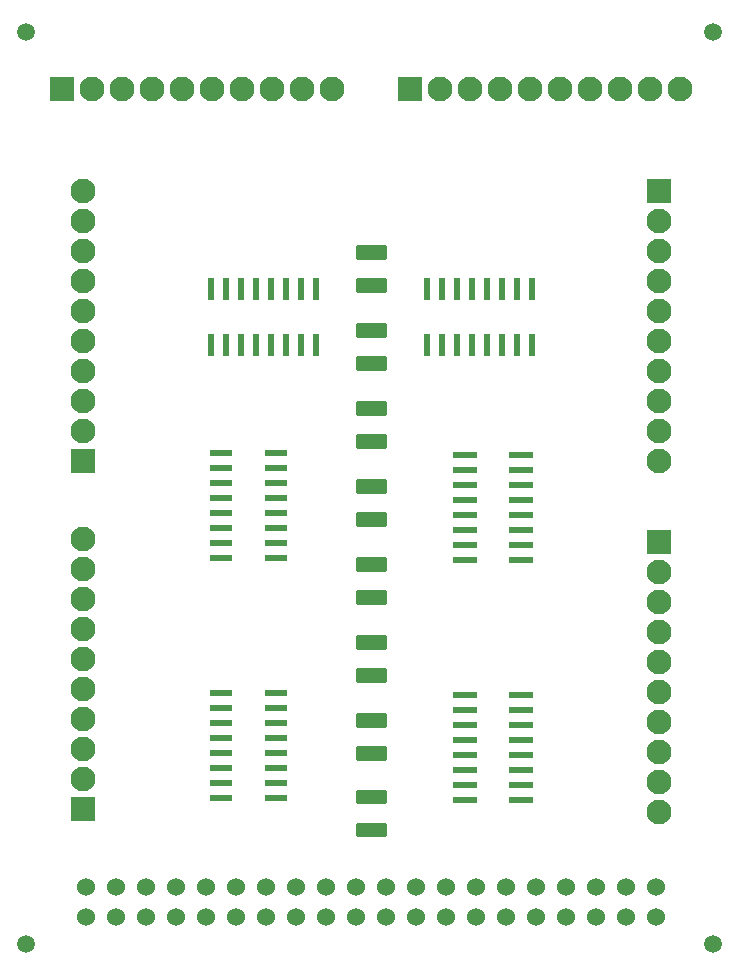
<source format=gbr>
G04 #@! TF.GenerationSoftware,KiCad,Pcbnew,(5.1.2-1)-1*
G04 #@! TF.CreationDate,2019-07-02T18:03:37-05:00*
G04 #@! TF.ProjectId,multiSPI,6d756c74-6953-4504-992e-6b696361645f,rev?*
G04 #@! TF.SameCoordinates,Original*
G04 #@! TF.FileFunction,Soldermask,Top*
G04 #@! TF.FilePolarity,Negative*
%FSLAX46Y46*%
G04 Gerber Fmt 4.6, Leading zero omitted, Abs format (unit mm)*
G04 Created by KiCad (PCBNEW (5.1.2-1)-1) date 2019-07-02 18:03:37*
%MOMM*%
%LPD*%
G04 APERTURE LIST*
%ADD10C,1.500000*%
%ADD11C,2.100000*%
%ADD12R,2.100000X2.100000*%
%ADD13R,2.057400X0.609600*%
%ADD14R,0.558800X1.981200*%
%ADD15R,1.981200X0.558800*%
%ADD16C,1.524000*%
%ADD17C,0.100000*%
%ADD18C,1.250000*%
G04 APERTURE END LIST*
D10*
X113030000Y-121666000D03*
X171196000Y-121666000D03*
X171196000Y-44450000D03*
X113030000Y-44450000D03*
D11*
X166624000Y-110490000D03*
X166624000Y-107950000D03*
X166624000Y-105410000D03*
X166624000Y-102870000D03*
X166624000Y-100330000D03*
X166624000Y-97790000D03*
X166624000Y-95250000D03*
X166624000Y-92710000D03*
X166624000Y-90170000D03*
D12*
X166624000Y-87630000D03*
D13*
X154940000Y-100584000D03*
X154940000Y-101854000D03*
X154940000Y-103124000D03*
X154940000Y-104394000D03*
X154940000Y-105664000D03*
X154940000Y-106934000D03*
X154940000Y-108204000D03*
X154940000Y-109474000D03*
X150139400Y-109474000D03*
X150139400Y-108204000D03*
X150139400Y-106934000D03*
X150139400Y-105664000D03*
X150139400Y-104394000D03*
X150139400Y-103124000D03*
X150139400Y-101854000D03*
X150139400Y-100584000D03*
X154940000Y-80264000D03*
X154940000Y-81534000D03*
X154940000Y-82804000D03*
X154940000Y-84074000D03*
X154940000Y-85344000D03*
X154940000Y-86614000D03*
X154940000Y-87884000D03*
X154940000Y-89154000D03*
X150139400Y-89154000D03*
X150139400Y-87884000D03*
X150139400Y-86614000D03*
X150139400Y-85344000D03*
X150139400Y-84074000D03*
X150139400Y-82804000D03*
X150139400Y-81534000D03*
X150139400Y-80264000D03*
D14*
X155829000Y-70942200D03*
X154559000Y-70942200D03*
X153289000Y-70942200D03*
X152019000Y-70942200D03*
X150749000Y-70942200D03*
X149479000Y-70942200D03*
X148209000Y-70942200D03*
X146939000Y-70942200D03*
X146939000Y-66217800D03*
X148209000Y-66217800D03*
X149479000Y-66217800D03*
X150749000Y-66217800D03*
X152019000Y-66217800D03*
X153289000Y-66217800D03*
X154559000Y-66217800D03*
X155829000Y-66217800D03*
X137541000Y-70942200D03*
X136271000Y-70942200D03*
X135001000Y-70942200D03*
X133731000Y-70942200D03*
X132461000Y-70942200D03*
X131191000Y-70942200D03*
X129921000Y-70942200D03*
X128651000Y-70942200D03*
X128651000Y-66217800D03*
X129921000Y-66217800D03*
X131191000Y-66217800D03*
X132461000Y-66217800D03*
X133731000Y-66217800D03*
X135001000Y-66217800D03*
X136271000Y-66217800D03*
X137541000Y-66217800D03*
D15*
X134188200Y-80137000D03*
X134188200Y-81407000D03*
X134188200Y-82677000D03*
X134188200Y-83947000D03*
X134188200Y-85217000D03*
X134188200Y-86487000D03*
X134188200Y-87757000D03*
X134188200Y-89027000D03*
X129463800Y-89027000D03*
X129463800Y-87757000D03*
X129463800Y-86487000D03*
X129463800Y-85217000D03*
X129463800Y-83947000D03*
X129463800Y-82677000D03*
X129463800Y-81407000D03*
X129463800Y-80137000D03*
X134188200Y-100457000D03*
X134188200Y-101727000D03*
X134188200Y-102997000D03*
X134188200Y-104267000D03*
X134188200Y-105537000D03*
X134188200Y-106807000D03*
X134188200Y-108077000D03*
X134188200Y-109347000D03*
X129463800Y-109347000D03*
X129463800Y-108077000D03*
X129463800Y-106807000D03*
X129463800Y-105537000D03*
X129463800Y-104267000D03*
X129463800Y-102997000D03*
X129463800Y-101727000D03*
X129463800Y-100457000D03*
D16*
X166370000Y-116840000D03*
X166370000Y-119380000D03*
X163830000Y-116840000D03*
X163830000Y-119380000D03*
X161290000Y-116840000D03*
X161290000Y-119380000D03*
X158750000Y-116840000D03*
X158750000Y-119380000D03*
X156210000Y-116840000D03*
X156210000Y-119380000D03*
X153670000Y-116840000D03*
X153670000Y-119380000D03*
X151130000Y-116840000D03*
X151130000Y-119380000D03*
X148590000Y-116840000D03*
X148590000Y-119380000D03*
X146050000Y-116840000D03*
X146050000Y-119380000D03*
X143510000Y-116840000D03*
X143510000Y-119380000D03*
X140970000Y-116840000D03*
X140970000Y-119380000D03*
X138430000Y-116840000D03*
X138430000Y-119380000D03*
X135890000Y-116840000D03*
X135890000Y-119380000D03*
X133350000Y-116840000D03*
X133350000Y-119380000D03*
X130810000Y-116840000D03*
X130810000Y-119380000D03*
X128270000Y-116840000D03*
X128270000Y-119380000D03*
X125730000Y-116840000D03*
X125730000Y-119380000D03*
X123190000Y-116840000D03*
X123190000Y-119380000D03*
X120650000Y-116840000D03*
X120650000Y-119380000D03*
X118110000Y-116840000D03*
X118110000Y-119380000D03*
D17*
G36*
X143339504Y-62492204D02*
G01*
X143363773Y-62495804D01*
X143387571Y-62501765D01*
X143410671Y-62510030D01*
X143432849Y-62520520D01*
X143453893Y-62533133D01*
X143473598Y-62547747D01*
X143491777Y-62564223D01*
X143508253Y-62582402D01*
X143522867Y-62602107D01*
X143535480Y-62623151D01*
X143545970Y-62645329D01*
X143554235Y-62668429D01*
X143560196Y-62692227D01*
X143563796Y-62716496D01*
X143565000Y-62741000D01*
X143565000Y-63491000D01*
X143563796Y-63515504D01*
X143560196Y-63539773D01*
X143554235Y-63563571D01*
X143545970Y-63586671D01*
X143535480Y-63608849D01*
X143522867Y-63629893D01*
X143508253Y-63649598D01*
X143491777Y-63667777D01*
X143473598Y-63684253D01*
X143453893Y-63698867D01*
X143432849Y-63711480D01*
X143410671Y-63721970D01*
X143387571Y-63730235D01*
X143363773Y-63736196D01*
X143339504Y-63739796D01*
X143315000Y-63741000D01*
X141165000Y-63741000D01*
X141140496Y-63739796D01*
X141116227Y-63736196D01*
X141092429Y-63730235D01*
X141069329Y-63721970D01*
X141047151Y-63711480D01*
X141026107Y-63698867D01*
X141006402Y-63684253D01*
X140988223Y-63667777D01*
X140971747Y-63649598D01*
X140957133Y-63629893D01*
X140944520Y-63608849D01*
X140934030Y-63586671D01*
X140925765Y-63563571D01*
X140919804Y-63539773D01*
X140916204Y-63515504D01*
X140915000Y-63491000D01*
X140915000Y-62741000D01*
X140916204Y-62716496D01*
X140919804Y-62692227D01*
X140925765Y-62668429D01*
X140934030Y-62645329D01*
X140944520Y-62623151D01*
X140957133Y-62602107D01*
X140971747Y-62582402D01*
X140988223Y-62564223D01*
X141006402Y-62547747D01*
X141026107Y-62533133D01*
X141047151Y-62520520D01*
X141069329Y-62510030D01*
X141092429Y-62501765D01*
X141116227Y-62495804D01*
X141140496Y-62492204D01*
X141165000Y-62491000D01*
X143315000Y-62491000D01*
X143339504Y-62492204D01*
X143339504Y-62492204D01*
G37*
D18*
X142240000Y-63116000D03*
D17*
G36*
X143339504Y-65292204D02*
G01*
X143363773Y-65295804D01*
X143387571Y-65301765D01*
X143410671Y-65310030D01*
X143432849Y-65320520D01*
X143453893Y-65333133D01*
X143473598Y-65347747D01*
X143491777Y-65364223D01*
X143508253Y-65382402D01*
X143522867Y-65402107D01*
X143535480Y-65423151D01*
X143545970Y-65445329D01*
X143554235Y-65468429D01*
X143560196Y-65492227D01*
X143563796Y-65516496D01*
X143565000Y-65541000D01*
X143565000Y-66291000D01*
X143563796Y-66315504D01*
X143560196Y-66339773D01*
X143554235Y-66363571D01*
X143545970Y-66386671D01*
X143535480Y-66408849D01*
X143522867Y-66429893D01*
X143508253Y-66449598D01*
X143491777Y-66467777D01*
X143473598Y-66484253D01*
X143453893Y-66498867D01*
X143432849Y-66511480D01*
X143410671Y-66521970D01*
X143387571Y-66530235D01*
X143363773Y-66536196D01*
X143339504Y-66539796D01*
X143315000Y-66541000D01*
X141165000Y-66541000D01*
X141140496Y-66539796D01*
X141116227Y-66536196D01*
X141092429Y-66530235D01*
X141069329Y-66521970D01*
X141047151Y-66511480D01*
X141026107Y-66498867D01*
X141006402Y-66484253D01*
X140988223Y-66467777D01*
X140971747Y-66449598D01*
X140957133Y-66429893D01*
X140944520Y-66408849D01*
X140934030Y-66386671D01*
X140925765Y-66363571D01*
X140919804Y-66339773D01*
X140916204Y-66315504D01*
X140915000Y-66291000D01*
X140915000Y-65541000D01*
X140916204Y-65516496D01*
X140919804Y-65492227D01*
X140925765Y-65468429D01*
X140934030Y-65445329D01*
X140944520Y-65423151D01*
X140957133Y-65402107D01*
X140971747Y-65382402D01*
X140988223Y-65364223D01*
X141006402Y-65347747D01*
X141026107Y-65333133D01*
X141047151Y-65320520D01*
X141069329Y-65310030D01*
X141092429Y-65301765D01*
X141116227Y-65295804D01*
X141140496Y-65292204D01*
X141165000Y-65291000D01*
X143315000Y-65291000D01*
X143339504Y-65292204D01*
X143339504Y-65292204D01*
G37*
D18*
X142240000Y-65916000D03*
D17*
G36*
X143339504Y-69096204D02*
G01*
X143363773Y-69099804D01*
X143387571Y-69105765D01*
X143410671Y-69114030D01*
X143432849Y-69124520D01*
X143453893Y-69137133D01*
X143473598Y-69151747D01*
X143491777Y-69168223D01*
X143508253Y-69186402D01*
X143522867Y-69206107D01*
X143535480Y-69227151D01*
X143545970Y-69249329D01*
X143554235Y-69272429D01*
X143560196Y-69296227D01*
X143563796Y-69320496D01*
X143565000Y-69345000D01*
X143565000Y-70095000D01*
X143563796Y-70119504D01*
X143560196Y-70143773D01*
X143554235Y-70167571D01*
X143545970Y-70190671D01*
X143535480Y-70212849D01*
X143522867Y-70233893D01*
X143508253Y-70253598D01*
X143491777Y-70271777D01*
X143473598Y-70288253D01*
X143453893Y-70302867D01*
X143432849Y-70315480D01*
X143410671Y-70325970D01*
X143387571Y-70334235D01*
X143363773Y-70340196D01*
X143339504Y-70343796D01*
X143315000Y-70345000D01*
X141165000Y-70345000D01*
X141140496Y-70343796D01*
X141116227Y-70340196D01*
X141092429Y-70334235D01*
X141069329Y-70325970D01*
X141047151Y-70315480D01*
X141026107Y-70302867D01*
X141006402Y-70288253D01*
X140988223Y-70271777D01*
X140971747Y-70253598D01*
X140957133Y-70233893D01*
X140944520Y-70212849D01*
X140934030Y-70190671D01*
X140925765Y-70167571D01*
X140919804Y-70143773D01*
X140916204Y-70119504D01*
X140915000Y-70095000D01*
X140915000Y-69345000D01*
X140916204Y-69320496D01*
X140919804Y-69296227D01*
X140925765Y-69272429D01*
X140934030Y-69249329D01*
X140944520Y-69227151D01*
X140957133Y-69206107D01*
X140971747Y-69186402D01*
X140988223Y-69168223D01*
X141006402Y-69151747D01*
X141026107Y-69137133D01*
X141047151Y-69124520D01*
X141069329Y-69114030D01*
X141092429Y-69105765D01*
X141116227Y-69099804D01*
X141140496Y-69096204D01*
X141165000Y-69095000D01*
X143315000Y-69095000D01*
X143339504Y-69096204D01*
X143339504Y-69096204D01*
G37*
D18*
X142240000Y-69720000D03*
D17*
G36*
X143339504Y-71896204D02*
G01*
X143363773Y-71899804D01*
X143387571Y-71905765D01*
X143410671Y-71914030D01*
X143432849Y-71924520D01*
X143453893Y-71937133D01*
X143473598Y-71951747D01*
X143491777Y-71968223D01*
X143508253Y-71986402D01*
X143522867Y-72006107D01*
X143535480Y-72027151D01*
X143545970Y-72049329D01*
X143554235Y-72072429D01*
X143560196Y-72096227D01*
X143563796Y-72120496D01*
X143565000Y-72145000D01*
X143565000Y-72895000D01*
X143563796Y-72919504D01*
X143560196Y-72943773D01*
X143554235Y-72967571D01*
X143545970Y-72990671D01*
X143535480Y-73012849D01*
X143522867Y-73033893D01*
X143508253Y-73053598D01*
X143491777Y-73071777D01*
X143473598Y-73088253D01*
X143453893Y-73102867D01*
X143432849Y-73115480D01*
X143410671Y-73125970D01*
X143387571Y-73134235D01*
X143363773Y-73140196D01*
X143339504Y-73143796D01*
X143315000Y-73145000D01*
X141165000Y-73145000D01*
X141140496Y-73143796D01*
X141116227Y-73140196D01*
X141092429Y-73134235D01*
X141069329Y-73125970D01*
X141047151Y-73115480D01*
X141026107Y-73102867D01*
X141006402Y-73088253D01*
X140988223Y-73071777D01*
X140971747Y-73053598D01*
X140957133Y-73033893D01*
X140944520Y-73012849D01*
X140934030Y-72990671D01*
X140925765Y-72967571D01*
X140919804Y-72943773D01*
X140916204Y-72919504D01*
X140915000Y-72895000D01*
X140915000Y-72145000D01*
X140916204Y-72120496D01*
X140919804Y-72096227D01*
X140925765Y-72072429D01*
X140934030Y-72049329D01*
X140944520Y-72027151D01*
X140957133Y-72006107D01*
X140971747Y-71986402D01*
X140988223Y-71968223D01*
X141006402Y-71951747D01*
X141026107Y-71937133D01*
X141047151Y-71924520D01*
X141069329Y-71914030D01*
X141092429Y-71905765D01*
X141116227Y-71899804D01*
X141140496Y-71896204D01*
X141165000Y-71895000D01*
X143315000Y-71895000D01*
X143339504Y-71896204D01*
X143339504Y-71896204D01*
G37*
D18*
X142240000Y-72520000D03*
D17*
G36*
X143339504Y-75700204D02*
G01*
X143363773Y-75703804D01*
X143387571Y-75709765D01*
X143410671Y-75718030D01*
X143432849Y-75728520D01*
X143453893Y-75741133D01*
X143473598Y-75755747D01*
X143491777Y-75772223D01*
X143508253Y-75790402D01*
X143522867Y-75810107D01*
X143535480Y-75831151D01*
X143545970Y-75853329D01*
X143554235Y-75876429D01*
X143560196Y-75900227D01*
X143563796Y-75924496D01*
X143565000Y-75949000D01*
X143565000Y-76699000D01*
X143563796Y-76723504D01*
X143560196Y-76747773D01*
X143554235Y-76771571D01*
X143545970Y-76794671D01*
X143535480Y-76816849D01*
X143522867Y-76837893D01*
X143508253Y-76857598D01*
X143491777Y-76875777D01*
X143473598Y-76892253D01*
X143453893Y-76906867D01*
X143432849Y-76919480D01*
X143410671Y-76929970D01*
X143387571Y-76938235D01*
X143363773Y-76944196D01*
X143339504Y-76947796D01*
X143315000Y-76949000D01*
X141165000Y-76949000D01*
X141140496Y-76947796D01*
X141116227Y-76944196D01*
X141092429Y-76938235D01*
X141069329Y-76929970D01*
X141047151Y-76919480D01*
X141026107Y-76906867D01*
X141006402Y-76892253D01*
X140988223Y-76875777D01*
X140971747Y-76857598D01*
X140957133Y-76837893D01*
X140944520Y-76816849D01*
X140934030Y-76794671D01*
X140925765Y-76771571D01*
X140919804Y-76747773D01*
X140916204Y-76723504D01*
X140915000Y-76699000D01*
X140915000Y-75949000D01*
X140916204Y-75924496D01*
X140919804Y-75900227D01*
X140925765Y-75876429D01*
X140934030Y-75853329D01*
X140944520Y-75831151D01*
X140957133Y-75810107D01*
X140971747Y-75790402D01*
X140988223Y-75772223D01*
X141006402Y-75755747D01*
X141026107Y-75741133D01*
X141047151Y-75728520D01*
X141069329Y-75718030D01*
X141092429Y-75709765D01*
X141116227Y-75703804D01*
X141140496Y-75700204D01*
X141165000Y-75699000D01*
X143315000Y-75699000D01*
X143339504Y-75700204D01*
X143339504Y-75700204D01*
G37*
D18*
X142240000Y-76324000D03*
D17*
G36*
X143339504Y-78500204D02*
G01*
X143363773Y-78503804D01*
X143387571Y-78509765D01*
X143410671Y-78518030D01*
X143432849Y-78528520D01*
X143453893Y-78541133D01*
X143473598Y-78555747D01*
X143491777Y-78572223D01*
X143508253Y-78590402D01*
X143522867Y-78610107D01*
X143535480Y-78631151D01*
X143545970Y-78653329D01*
X143554235Y-78676429D01*
X143560196Y-78700227D01*
X143563796Y-78724496D01*
X143565000Y-78749000D01*
X143565000Y-79499000D01*
X143563796Y-79523504D01*
X143560196Y-79547773D01*
X143554235Y-79571571D01*
X143545970Y-79594671D01*
X143535480Y-79616849D01*
X143522867Y-79637893D01*
X143508253Y-79657598D01*
X143491777Y-79675777D01*
X143473598Y-79692253D01*
X143453893Y-79706867D01*
X143432849Y-79719480D01*
X143410671Y-79729970D01*
X143387571Y-79738235D01*
X143363773Y-79744196D01*
X143339504Y-79747796D01*
X143315000Y-79749000D01*
X141165000Y-79749000D01*
X141140496Y-79747796D01*
X141116227Y-79744196D01*
X141092429Y-79738235D01*
X141069329Y-79729970D01*
X141047151Y-79719480D01*
X141026107Y-79706867D01*
X141006402Y-79692253D01*
X140988223Y-79675777D01*
X140971747Y-79657598D01*
X140957133Y-79637893D01*
X140944520Y-79616849D01*
X140934030Y-79594671D01*
X140925765Y-79571571D01*
X140919804Y-79547773D01*
X140916204Y-79523504D01*
X140915000Y-79499000D01*
X140915000Y-78749000D01*
X140916204Y-78724496D01*
X140919804Y-78700227D01*
X140925765Y-78676429D01*
X140934030Y-78653329D01*
X140944520Y-78631151D01*
X140957133Y-78610107D01*
X140971747Y-78590402D01*
X140988223Y-78572223D01*
X141006402Y-78555747D01*
X141026107Y-78541133D01*
X141047151Y-78528520D01*
X141069329Y-78518030D01*
X141092429Y-78509765D01*
X141116227Y-78503804D01*
X141140496Y-78500204D01*
X141165000Y-78499000D01*
X143315000Y-78499000D01*
X143339504Y-78500204D01*
X143339504Y-78500204D01*
G37*
D18*
X142240000Y-79124000D03*
D17*
G36*
X143339504Y-82304204D02*
G01*
X143363773Y-82307804D01*
X143387571Y-82313765D01*
X143410671Y-82322030D01*
X143432849Y-82332520D01*
X143453893Y-82345133D01*
X143473598Y-82359747D01*
X143491777Y-82376223D01*
X143508253Y-82394402D01*
X143522867Y-82414107D01*
X143535480Y-82435151D01*
X143545970Y-82457329D01*
X143554235Y-82480429D01*
X143560196Y-82504227D01*
X143563796Y-82528496D01*
X143565000Y-82553000D01*
X143565000Y-83303000D01*
X143563796Y-83327504D01*
X143560196Y-83351773D01*
X143554235Y-83375571D01*
X143545970Y-83398671D01*
X143535480Y-83420849D01*
X143522867Y-83441893D01*
X143508253Y-83461598D01*
X143491777Y-83479777D01*
X143473598Y-83496253D01*
X143453893Y-83510867D01*
X143432849Y-83523480D01*
X143410671Y-83533970D01*
X143387571Y-83542235D01*
X143363773Y-83548196D01*
X143339504Y-83551796D01*
X143315000Y-83553000D01*
X141165000Y-83553000D01*
X141140496Y-83551796D01*
X141116227Y-83548196D01*
X141092429Y-83542235D01*
X141069329Y-83533970D01*
X141047151Y-83523480D01*
X141026107Y-83510867D01*
X141006402Y-83496253D01*
X140988223Y-83479777D01*
X140971747Y-83461598D01*
X140957133Y-83441893D01*
X140944520Y-83420849D01*
X140934030Y-83398671D01*
X140925765Y-83375571D01*
X140919804Y-83351773D01*
X140916204Y-83327504D01*
X140915000Y-83303000D01*
X140915000Y-82553000D01*
X140916204Y-82528496D01*
X140919804Y-82504227D01*
X140925765Y-82480429D01*
X140934030Y-82457329D01*
X140944520Y-82435151D01*
X140957133Y-82414107D01*
X140971747Y-82394402D01*
X140988223Y-82376223D01*
X141006402Y-82359747D01*
X141026107Y-82345133D01*
X141047151Y-82332520D01*
X141069329Y-82322030D01*
X141092429Y-82313765D01*
X141116227Y-82307804D01*
X141140496Y-82304204D01*
X141165000Y-82303000D01*
X143315000Y-82303000D01*
X143339504Y-82304204D01*
X143339504Y-82304204D01*
G37*
D18*
X142240000Y-82928000D03*
D17*
G36*
X143339504Y-85104204D02*
G01*
X143363773Y-85107804D01*
X143387571Y-85113765D01*
X143410671Y-85122030D01*
X143432849Y-85132520D01*
X143453893Y-85145133D01*
X143473598Y-85159747D01*
X143491777Y-85176223D01*
X143508253Y-85194402D01*
X143522867Y-85214107D01*
X143535480Y-85235151D01*
X143545970Y-85257329D01*
X143554235Y-85280429D01*
X143560196Y-85304227D01*
X143563796Y-85328496D01*
X143565000Y-85353000D01*
X143565000Y-86103000D01*
X143563796Y-86127504D01*
X143560196Y-86151773D01*
X143554235Y-86175571D01*
X143545970Y-86198671D01*
X143535480Y-86220849D01*
X143522867Y-86241893D01*
X143508253Y-86261598D01*
X143491777Y-86279777D01*
X143473598Y-86296253D01*
X143453893Y-86310867D01*
X143432849Y-86323480D01*
X143410671Y-86333970D01*
X143387571Y-86342235D01*
X143363773Y-86348196D01*
X143339504Y-86351796D01*
X143315000Y-86353000D01*
X141165000Y-86353000D01*
X141140496Y-86351796D01*
X141116227Y-86348196D01*
X141092429Y-86342235D01*
X141069329Y-86333970D01*
X141047151Y-86323480D01*
X141026107Y-86310867D01*
X141006402Y-86296253D01*
X140988223Y-86279777D01*
X140971747Y-86261598D01*
X140957133Y-86241893D01*
X140944520Y-86220849D01*
X140934030Y-86198671D01*
X140925765Y-86175571D01*
X140919804Y-86151773D01*
X140916204Y-86127504D01*
X140915000Y-86103000D01*
X140915000Y-85353000D01*
X140916204Y-85328496D01*
X140919804Y-85304227D01*
X140925765Y-85280429D01*
X140934030Y-85257329D01*
X140944520Y-85235151D01*
X140957133Y-85214107D01*
X140971747Y-85194402D01*
X140988223Y-85176223D01*
X141006402Y-85159747D01*
X141026107Y-85145133D01*
X141047151Y-85132520D01*
X141069329Y-85122030D01*
X141092429Y-85113765D01*
X141116227Y-85107804D01*
X141140496Y-85104204D01*
X141165000Y-85103000D01*
X143315000Y-85103000D01*
X143339504Y-85104204D01*
X143339504Y-85104204D01*
G37*
D18*
X142240000Y-85728000D03*
D17*
G36*
X143339504Y-88908204D02*
G01*
X143363773Y-88911804D01*
X143387571Y-88917765D01*
X143410671Y-88926030D01*
X143432849Y-88936520D01*
X143453893Y-88949133D01*
X143473598Y-88963747D01*
X143491777Y-88980223D01*
X143508253Y-88998402D01*
X143522867Y-89018107D01*
X143535480Y-89039151D01*
X143545970Y-89061329D01*
X143554235Y-89084429D01*
X143560196Y-89108227D01*
X143563796Y-89132496D01*
X143565000Y-89157000D01*
X143565000Y-89907000D01*
X143563796Y-89931504D01*
X143560196Y-89955773D01*
X143554235Y-89979571D01*
X143545970Y-90002671D01*
X143535480Y-90024849D01*
X143522867Y-90045893D01*
X143508253Y-90065598D01*
X143491777Y-90083777D01*
X143473598Y-90100253D01*
X143453893Y-90114867D01*
X143432849Y-90127480D01*
X143410671Y-90137970D01*
X143387571Y-90146235D01*
X143363773Y-90152196D01*
X143339504Y-90155796D01*
X143315000Y-90157000D01*
X141165000Y-90157000D01*
X141140496Y-90155796D01*
X141116227Y-90152196D01*
X141092429Y-90146235D01*
X141069329Y-90137970D01*
X141047151Y-90127480D01*
X141026107Y-90114867D01*
X141006402Y-90100253D01*
X140988223Y-90083777D01*
X140971747Y-90065598D01*
X140957133Y-90045893D01*
X140944520Y-90024849D01*
X140934030Y-90002671D01*
X140925765Y-89979571D01*
X140919804Y-89955773D01*
X140916204Y-89931504D01*
X140915000Y-89907000D01*
X140915000Y-89157000D01*
X140916204Y-89132496D01*
X140919804Y-89108227D01*
X140925765Y-89084429D01*
X140934030Y-89061329D01*
X140944520Y-89039151D01*
X140957133Y-89018107D01*
X140971747Y-88998402D01*
X140988223Y-88980223D01*
X141006402Y-88963747D01*
X141026107Y-88949133D01*
X141047151Y-88936520D01*
X141069329Y-88926030D01*
X141092429Y-88917765D01*
X141116227Y-88911804D01*
X141140496Y-88908204D01*
X141165000Y-88907000D01*
X143315000Y-88907000D01*
X143339504Y-88908204D01*
X143339504Y-88908204D01*
G37*
D18*
X142240000Y-89532000D03*
D17*
G36*
X143339504Y-91708204D02*
G01*
X143363773Y-91711804D01*
X143387571Y-91717765D01*
X143410671Y-91726030D01*
X143432849Y-91736520D01*
X143453893Y-91749133D01*
X143473598Y-91763747D01*
X143491777Y-91780223D01*
X143508253Y-91798402D01*
X143522867Y-91818107D01*
X143535480Y-91839151D01*
X143545970Y-91861329D01*
X143554235Y-91884429D01*
X143560196Y-91908227D01*
X143563796Y-91932496D01*
X143565000Y-91957000D01*
X143565000Y-92707000D01*
X143563796Y-92731504D01*
X143560196Y-92755773D01*
X143554235Y-92779571D01*
X143545970Y-92802671D01*
X143535480Y-92824849D01*
X143522867Y-92845893D01*
X143508253Y-92865598D01*
X143491777Y-92883777D01*
X143473598Y-92900253D01*
X143453893Y-92914867D01*
X143432849Y-92927480D01*
X143410671Y-92937970D01*
X143387571Y-92946235D01*
X143363773Y-92952196D01*
X143339504Y-92955796D01*
X143315000Y-92957000D01*
X141165000Y-92957000D01*
X141140496Y-92955796D01*
X141116227Y-92952196D01*
X141092429Y-92946235D01*
X141069329Y-92937970D01*
X141047151Y-92927480D01*
X141026107Y-92914867D01*
X141006402Y-92900253D01*
X140988223Y-92883777D01*
X140971747Y-92865598D01*
X140957133Y-92845893D01*
X140944520Y-92824849D01*
X140934030Y-92802671D01*
X140925765Y-92779571D01*
X140919804Y-92755773D01*
X140916204Y-92731504D01*
X140915000Y-92707000D01*
X140915000Y-91957000D01*
X140916204Y-91932496D01*
X140919804Y-91908227D01*
X140925765Y-91884429D01*
X140934030Y-91861329D01*
X140944520Y-91839151D01*
X140957133Y-91818107D01*
X140971747Y-91798402D01*
X140988223Y-91780223D01*
X141006402Y-91763747D01*
X141026107Y-91749133D01*
X141047151Y-91736520D01*
X141069329Y-91726030D01*
X141092429Y-91717765D01*
X141116227Y-91711804D01*
X141140496Y-91708204D01*
X141165000Y-91707000D01*
X143315000Y-91707000D01*
X143339504Y-91708204D01*
X143339504Y-91708204D01*
G37*
D18*
X142240000Y-92332000D03*
D17*
G36*
X143339504Y-95512204D02*
G01*
X143363773Y-95515804D01*
X143387571Y-95521765D01*
X143410671Y-95530030D01*
X143432849Y-95540520D01*
X143453893Y-95553133D01*
X143473598Y-95567747D01*
X143491777Y-95584223D01*
X143508253Y-95602402D01*
X143522867Y-95622107D01*
X143535480Y-95643151D01*
X143545970Y-95665329D01*
X143554235Y-95688429D01*
X143560196Y-95712227D01*
X143563796Y-95736496D01*
X143565000Y-95761000D01*
X143565000Y-96511000D01*
X143563796Y-96535504D01*
X143560196Y-96559773D01*
X143554235Y-96583571D01*
X143545970Y-96606671D01*
X143535480Y-96628849D01*
X143522867Y-96649893D01*
X143508253Y-96669598D01*
X143491777Y-96687777D01*
X143473598Y-96704253D01*
X143453893Y-96718867D01*
X143432849Y-96731480D01*
X143410671Y-96741970D01*
X143387571Y-96750235D01*
X143363773Y-96756196D01*
X143339504Y-96759796D01*
X143315000Y-96761000D01*
X141165000Y-96761000D01*
X141140496Y-96759796D01*
X141116227Y-96756196D01*
X141092429Y-96750235D01*
X141069329Y-96741970D01*
X141047151Y-96731480D01*
X141026107Y-96718867D01*
X141006402Y-96704253D01*
X140988223Y-96687777D01*
X140971747Y-96669598D01*
X140957133Y-96649893D01*
X140944520Y-96628849D01*
X140934030Y-96606671D01*
X140925765Y-96583571D01*
X140919804Y-96559773D01*
X140916204Y-96535504D01*
X140915000Y-96511000D01*
X140915000Y-95761000D01*
X140916204Y-95736496D01*
X140919804Y-95712227D01*
X140925765Y-95688429D01*
X140934030Y-95665329D01*
X140944520Y-95643151D01*
X140957133Y-95622107D01*
X140971747Y-95602402D01*
X140988223Y-95584223D01*
X141006402Y-95567747D01*
X141026107Y-95553133D01*
X141047151Y-95540520D01*
X141069329Y-95530030D01*
X141092429Y-95521765D01*
X141116227Y-95515804D01*
X141140496Y-95512204D01*
X141165000Y-95511000D01*
X143315000Y-95511000D01*
X143339504Y-95512204D01*
X143339504Y-95512204D01*
G37*
D18*
X142240000Y-96136000D03*
D17*
G36*
X143339504Y-98312204D02*
G01*
X143363773Y-98315804D01*
X143387571Y-98321765D01*
X143410671Y-98330030D01*
X143432849Y-98340520D01*
X143453893Y-98353133D01*
X143473598Y-98367747D01*
X143491777Y-98384223D01*
X143508253Y-98402402D01*
X143522867Y-98422107D01*
X143535480Y-98443151D01*
X143545970Y-98465329D01*
X143554235Y-98488429D01*
X143560196Y-98512227D01*
X143563796Y-98536496D01*
X143565000Y-98561000D01*
X143565000Y-99311000D01*
X143563796Y-99335504D01*
X143560196Y-99359773D01*
X143554235Y-99383571D01*
X143545970Y-99406671D01*
X143535480Y-99428849D01*
X143522867Y-99449893D01*
X143508253Y-99469598D01*
X143491777Y-99487777D01*
X143473598Y-99504253D01*
X143453893Y-99518867D01*
X143432849Y-99531480D01*
X143410671Y-99541970D01*
X143387571Y-99550235D01*
X143363773Y-99556196D01*
X143339504Y-99559796D01*
X143315000Y-99561000D01*
X141165000Y-99561000D01*
X141140496Y-99559796D01*
X141116227Y-99556196D01*
X141092429Y-99550235D01*
X141069329Y-99541970D01*
X141047151Y-99531480D01*
X141026107Y-99518867D01*
X141006402Y-99504253D01*
X140988223Y-99487777D01*
X140971747Y-99469598D01*
X140957133Y-99449893D01*
X140944520Y-99428849D01*
X140934030Y-99406671D01*
X140925765Y-99383571D01*
X140919804Y-99359773D01*
X140916204Y-99335504D01*
X140915000Y-99311000D01*
X140915000Y-98561000D01*
X140916204Y-98536496D01*
X140919804Y-98512227D01*
X140925765Y-98488429D01*
X140934030Y-98465329D01*
X140944520Y-98443151D01*
X140957133Y-98422107D01*
X140971747Y-98402402D01*
X140988223Y-98384223D01*
X141006402Y-98367747D01*
X141026107Y-98353133D01*
X141047151Y-98340520D01*
X141069329Y-98330030D01*
X141092429Y-98321765D01*
X141116227Y-98315804D01*
X141140496Y-98312204D01*
X141165000Y-98311000D01*
X143315000Y-98311000D01*
X143339504Y-98312204D01*
X143339504Y-98312204D01*
G37*
D18*
X142240000Y-98936000D03*
D17*
G36*
X143339504Y-104916204D02*
G01*
X143363773Y-104919804D01*
X143387571Y-104925765D01*
X143410671Y-104934030D01*
X143432849Y-104944520D01*
X143453893Y-104957133D01*
X143473598Y-104971747D01*
X143491777Y-104988223D01*
X143508253Y-105006402D01*
X143522867Y-105026107D01*
X143535480Y-105047151D01*
X143545970Y-105069329D01*
X143554235Y-105092429D01*
X143560196Y-105116227D01*
X143563796Y-105140496D01*
X143565000Y-105165000D01*
X143565000Y-105915000D01*
X143563796Y-105939504D01*
X143560196Y-105963773D01*
X143554235Y-105987571D01*
X143545970Y-106010671D01*
X143535480Y-106032849D01*
X143522867Y-106053893D01*
X143508253Y-106073598D01*
X143491777Y-106091777D01*
X143473598Y-106108253D01*
X143453893Y-106122867D01*
X143432849Y-106135480D01*
X143410671Y-106145970D01*
X143387571Y-106154235D01*
X143363773Y-106160196D01*
X143339504Y-106163796D01*
X143315000Y-106165000D01*
X141165000Y-106165000D01*
X141140496Y-106163796D01*
X141116227Y-106160196D01*
X141092429Y-106154235D01*
X141069329Y-106145970D01*
X141047151Y-106135480D01*
X141026107Y-106122867D01*
X141006402Y-106108253D01*
X140988223Y-106091777D01*
X140971747Y-106073598D01*
X140957133Y-106053893D01*
X140944520Y-106032849D01*
X140934030Y-106010671D01*
X140925765Y-105987571D01*
X140919804Y-105963773D01*
X140916204Y-105939504D01*
X140915000Y-105915000D01*
X140915000Y-105165000D01*
X140916204Y-105140496D01*
X140919804Y-105116227D01*
X140925765Y-105092429D01*
X140934030Y-105069329D01*
X140944520Y-105047151D01*
X140957133Y-105026107D01*
X140971747Y-105006402D01*
X140988223Y-104988223D01*
X141006402Y-104971747D01*
X141026107Y-104957133D01*
X141047151Y-104944520D01*
X141069329Y-104934030D01*
X141092429Y-104925765D01*
X141116227Y-104919804D01*
X141140496Y-104916204D01*
X141165000Y-104915000D01*
X143315000Y-104915000D01*
X143339504Y-104916204D01*
X143339504Y-104916204D01*
G37*
D18*
X142240000Y-105540000D03*
D17*
G36*
X143339504Y-102116204D02*
G01*
X143363773Y-102119804D01*
X143387571Y-102125765D01*
X143410671Y-102134030D01*
X143432849Y-102144520D01*
X143453893Y-102157133D01*
X143473598Y-102171747D01*
X143491777Y-102188223D01*
X143508253Y-102206402D01*
X143522867Y-102226107D01*
X143535480Y-102247151D01*
X143545970Y-102269329D01*
X143554235Y-102292429D01*
X143560196Y-102316227D01*
X143563796Y-102340496D01*
X143565000Y-102365000D01*
X143565000Y-103115000D01*
X143563796Y-103139504D01*
X143560196Y-103163773D01*
X143554235Y-103187571D01*
X143545970Y-103210671D01*
X143535480Y-103232849D01*
X143522867Y-103253893D01*
X143508253Y-103273598D01*
X143491777Y-103291777D01*
X143473598Y-103308253D01*
X143453893Y-103322867D01*
X143432849Y-103335480D01*
X143410671Y-103345970D01*
X143387571Y-103354235D01*
X143363773Y-103360196D01*
X143339504Y-103363796D01*
X143315000Y-103365000D01*
X141165000Y-103365000D01*
X141140496Y-103363796D01*
X141116227Y-103360196D01*
X141092429Y-103354235D01*
X141069329Y-103345970D01*
X141047151Y-103335480D01*
X141026107Y-103322867D01*
X141006402Y-103308253D01*
X140988223Y-103291777D01*
X140971747Y-103273598D01*
X140957133Y-103253893D01*
X140944520Y-103232849D01*
X140934030Y-103210671D01*
X140925765Y-103187571D01*
X140919804Y-103163773D01*
X140916204Y-103139504D01*
X140915000Y-103115000D01*
X140915000Y-102365000D01*
X140916204Y-102340496D01*
X140919804Y-102316227D01*
X140925765Y-102292429D01*
X140934030Y-102269329D01*
X140944520Y-102247151D01*
X140957133Y-102226107D01*
X140971747Y-102206402D01*
X140988223Y-102188223D01*
X141006402Y-102171747D01*
X141026107Y-102157133D01*
X141047151Y-102144520D01*
X141069329Y-102134030D01*
X141092429Y-102125765D01*
X141116227Y-102119804D01*
X141140496Y-102116204D01*
X141165000Y-102115000D01*
X143315000Y-102115000D01*
X143339504Y-102116204D01*
X143339504Y-102116204D01*
G37*
D18*
X142240000Y-102740000D03*
D17*
G36*
X143339504Y-108596204D02*
G01*
X143363773Y-108599804D01*
X143387571Y-108605765D01*
X143410671Y-108614030D01*
X143432849Y-108624520D01*
X143453893Y-108637133D01*
X143473598Y-108651747D01*
X143491777Y-108668223D01*
X143508253Y-108686402D01*
X143522867Y-108706107D01*
X143535480Y-108727151D01*
X143545970Y-108749329D01*
X143554235Y-108772429D01*
X143560196Y-108796227D01*
X143563796Y-108820496D01*
X143565000Y-108845000D01*
X143565000Y-109595000D01*
X143563796Y-109619504D01*
X143560196Y-109643773D01*
X143554235Y-109667571D01*
X143545970Y-109690671D01*
X143535480Y-109712849D01*
X143522867Y-109733893D01*
X143508253Y-109753598D01*
X143491777Y-109771777D01*
X143473598Y-109788253D01*
X143453893Y-109802867D01*
X143432849Y-109815480D01*
X143410671Y-109825970D01*
X143387571Y-109834235D01*
X143363773Y-109840196D01*
X143339504Y-109843796D01*
X143315000Y-109845000D01*
X141165000Y-109845000D01*
X141140496Y-109843796D01*
X141116227Y-109840196D01*
X141092429Y-109834235D01*
X141069329Y-109825970D01*
X141047151Y-109815480D01*
X141026107Y-109802867D01*
X141006402Y-109788253D01*
X140988223Y-109771777D01*
X140971747Y-109753598D01*
X140957133Y-109733893D01*
X140944520Y-109712849D01*
X140934030Y-109690671D01*
X140925765Y-109667571D01*
X140919804Y-109643773D01*
X140916204Y-109619504D01*
X140915000Y-109595000D01*
X140915000Y-108845000D01*
X140916204Y-108820496D01*
X140919804Y-108796227D01*
X140925765Y-108772429D01*
X140934030Y-108749329D01*
X140944520Y-108727151D01*
X140957133Y-108706107D01*
X140971747Y-108686402D01*
X140988223Y-108668223D01*
X141006402Y-108651747D01*
X141026107Y-108637133D01*
X141047151Y-108624520D01*
X141069329Y-108614030D01*
X141092429Y-108605765D01*
X141116227Y-108599804D01*
X141140496Y-108596204D01*
X141165000Y-108595000D01*
X143315000Y-108595000D01*
X143339504Y-108596204D01*
X143339504Y-108596204D01*
G37*
D18*
X142240000Y-109220000D03*
D17*
G36*
X143339504Y-111396204D02*
G01*
X143363773Y-111399804D01*
X143387571Y-111405765D01*
X143410671Y-111414030D01*
X143432849Y-111424520D01*
X143453893Y-111437133D01*
X143473598Y-111451747D01*
X143491777Y-111468223D01*
X143508253Y-111486402D01*
X143522867Y-111506107D01*
X143535480Y-111527151D01*
X143545970Y-111549329D01*
X143554235Y-111572429D01*
X143560196Y-111596227D01*
X143563796Y-111620496D01*
X143565000Y-111645000D01*
X143565000Y-112395000D01*
X143563796Y-112419504D01*
X143560196Y-112443773D01*
X143554235Y-112467571D01*
X143545970Y-112490671D01*
X143535480Y-112512849D01*
X143522867Y-112533893D01*
X143508253Y-112553598D01*
X143491777Y-112571777D01*
X143473598Y-112588253D01*
X143453893Y-112602867D01*
X143432849Y-112615480D01*
X143410671Y-112625970D01*
X143387571Y-112634235D01*
X143363773Y-112640196D01*
X143339504Y-112643796D01*
X143315000Y-112645000D01*
X141165000Y-112645000D01*
X141140496Y-112643796D01*
X141116227Y-112640196D01*
X141092429Y-112634235D01*
X141069329Y-112625970D01*
X141047151Y-112615480D01*
X141026107Y-112602867D01*
X141006402Y-112588253D01*
X140988223Y-112571777D01*
X140971747Y-112553598D01*
X140957133Y-112533893D01*
X140944520Y-112512849D01*
X140934030Y-112490671D01*
X140925765Y-112467571D01*
X140919804Y-112443773D01*
X140916204Y-112419504D01*
X140915000Y-112395000D01*
X140915000Y-111645000D01*
X140916204Y-111620496D01*
X140919804Y-111596227D01*
X140925765Y-111572429D01*
X140934030Y-111549329D01*
X140944520Y-111527151D01*
X140957133Y-111506107D01*
X140971747Y-111486402D01*
X140988223Y-111468223D01*
X141006402Y-111451747D01*
X141026107Y-111437133D01*
X141047151Y-111424520D01*
X141069329Y-111414030D01*
X141092429Y-111405765D01*
X141116227Y-111399804D01*
X141140496Y-111396204D01*
X141165000Y-111395000D01*
X143315000Y-111395000D01*
X143339504Y-111396204D01*
X143339504Y-111396204D01*
G37*
D18*
X142240000Y-112020000D03*
D11*
X166624000Y-80772000D03*
X166624000Y-78232000D03*
X166624000Y-75692000D03*
X166624000Y-73152000D03*
X166624000Y-70612000D03*
X166624000Y-68072000D03*
X166624000Y-65532000D03*
X166624000Y-62992000D03*
X166624000Y-60452000D03*
D12*
X166624000Y-57912000D03*
D11*
X168402000Y-49276000D03*
X165862000Y-49276000D03*
X163322000Y-49276000D03*
X160782000Y-49276000D03*
X158242000Y-49276000D03*
X155702000Y-49276000D03*
X153162000Y-49276000D03*
X150622000Y-49276000D03*
X148082000Y-49276000D03*
D12*
X145542000Y-49276000D03*
D11*
X138938000Y-49276000D03*
X136398000Y-49276000D03*
X133858000Y-49276000D03*
X131318000Y-49276000D03*
X128778000Y-49276000D03*
X126238000Y-49276000D03*
X123698000Y-49276000D03*
X121158000Y-49276000D03*
X118618000Y-49276000D03*
D12*
X116078000Y-49276000D03*
D11*
X117856000Y-57912000D03*
X117856000Y-60452000D03*
X117856000Y-62992000D03*
X117856000Y-65532000D03*
X117856000Y-68072000D03*
X117856000Y-70612000D03*
X117856000Y-73152000D03*
X117856000Y-75692000D03*
X117856000Y-78232000D03*
D12*
X117856000Y-80772000D03*
D11*
X117856000Y-87376000D03*
X117856000Y-89916000D03*
X117856000Y-92456000D03*
X117856000Y-94996000D03*
X117856000Y-97536000D03*
X117856000Y-100076000D03*
X117856000Y-102616000D03*
X117856000Y-105156000D03*
X117856000Y-107696000D03*
D12*
X117856000Y-110236000D03*
M02*

</source>
